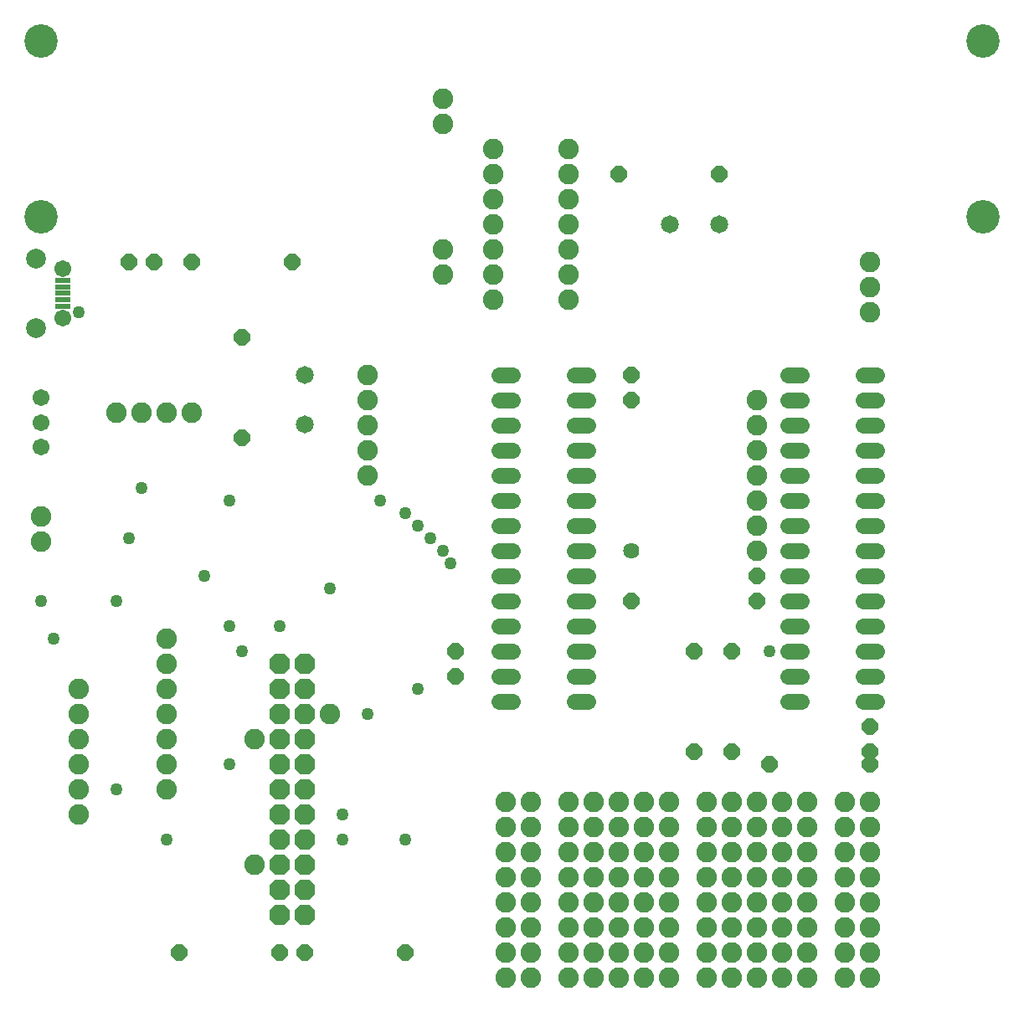
<source format=gbr>
G04 EAGLE Gerber RS-274X export*
G75*
%MOMM*%
%FSLAX34Y34*%
%LPD*%
%INSoldermask Top*%
%IPPOS*%
%AMOC8*
5,1,8,0,0,1.08239X$1,22.5*%
G01*
%ADD10C,3.378200*%
%ADD11C,1.625600*%
%ADD12C,2.082800*%
%ADD13C,1.712800*%
%ADD14P,1.759533X8X202.500000*%
%ADD15P,1.759533X8X22.500000*%
%ADD16C,1.812800*%
%ADD17P,1.759533X8X292.500000*%
%ADD18P,1.759533X8X112.500000*%
%ADD19C,1.625600*%
%ADD20P,2.254402X8X112.500000*%
%ADD21R,1.553200X0.603200*%
%ADD22C,2.012800*%
%ADD23C,1.261200*%


D10*
X25400Y795020D03*
X25400Y972820D03*
X977900Y972820D03*
X977900Y795020D03*
D11*
X502412Y635000D02*
X488188Y635000D01*
X488188Y609600D02*
X502412Y609600D01*
X502412Y584200D02*
X488188Y584200D01*
X488188Y558800D02*
X502412Y558800D01*
X502412Y533400D02*
X488188Y533400D01*
X488188Y508000D02*
X502412Y508000D01*
X502412Y482600D02*
X488188Y482600D01*
X488188Y457200D02*
X502412Y457200D01*
X502412Y431800D02*
X488188Y431800D01*
X488188Y406400D02*
X502412Y406400D01*
X502412Y381000D02*
X488188Y381000D01*
X488188Y355600D02*
X502412Y355600D01*
X502412Y330200D02*
X488188Y330200D01*
X488188Y304800D02*
X502412Y304800D01*
X564388Y304800D02*
X578612Y304800D01*
X578612Y330200D02*
X564388Y330200D01*
X564388Y355600D02*
X578612Y355600D01*
X578612Y381000D02*
X564388Y381000D01*
X564388Y406400D02*
X578612Y406400D01*
X578612Y431800D02*
X564388Y431800D01*
X564388Y457200D02*
X578612Y457200D01*
X578612Y482600D02*
X564388Y482600D01*
X564388Y508000D02*
X578612Y508000D01*
X578612Y533400D02*
X564388Y533400D01*
X564388Y558800D02*
X578612Y558800D01*
X578612Y584200D02*
X564388Y584200D01*
X564388Y609600D02*
X578612Y609600D01*
X578612Y635000D02*
X564388Y635000D01*
D12*
X25400Y466090D03*
X25400Y491490D03*
X101600Y596900D03*
X127000Y596900D03*
X152400Y596900D03*
X177800Y596900D03*
D13*
X25400Y611740D03*
X25400Y586740D03*
X25400Y561740D03*
D14*
X279400Y749300D03*
X177800Y749300D03*
D15*
X114300Y749300D03*
X139700Y749300D03*
D12*
X355600Y635000D03*
X355600Y609600D03*
X355600Y584200D03*
X355600Y558800D03*
X355600Y533400D03*
D16*
X292100Y584600D03*
X292100Y634600D03*
D17*
X228600Y673100D03*
X228600Y571500D03*
D18*
X444500Y330200D03*
X444500Y355600D03*
D17*
X622300Y635000D03*
X622300Y609600D03*
D19*
X622300Y457200D03*
D17*
X622300Y406400D03*
D12*
X63500Y190500D03*
X63500Y215900D03*
X63500Y241300D03*
X63500Y266700D03*
X63500Y292100D03*
X63500Y317500D03*
X152400Y368300D03*
X152400Y342900D03*
X152400Y317500D03*
X152400Y292100D03*
X152400Y266700D03*
X152400Y241300D03*
X152400Y215900D03*
D11*
X780288Y635000D02*
X794512Y635000D01*
X794512Y609600D02*
X780288Y609600D01*
X780288Y584200D02*
X794512Y584200D01*
X794512Y558800D02*
X780288Y558800D01*
X780288Y533400D02*
X794512Y533400D01*
X794512Y508000D02*
X780288Y508000D01*
X780288Y482600D02*
X794512Y482600D01*
X794512Y457200D02*
X780288Y457200D01*
X780288Y431800D02*
X794512Y431800D01*
X794512Y406400D02*
X780288Y406400D01*
X780288Y381000D02*
X794512Y381000D01*
X794512Y355600D02*
X780288Y355600D01*
X780288Y330200D02*
X794512Y330200D01*
X794512Y304800D02*
X780288Y304800D01*
X856488Y304800D02*
X870712Y304800D01*
X870712Y330200D02*
X856488Y330200D01*
X856488Y355600D02*
X870712Y355600D01*
X870712Y381000D02*
X856488Y381000D01*
X856488Y406400D02*
X870712Y406400D01*
X870712Y431800D02*
X856488Y431800D01*
X856488Y457200D02*
X870712Y457200D01*
X870712Y482600D02*
X856488Y482600D01*
X856488Y508000D02*
X870712Y508000D01*
X870712Y533400D02*
X856488Y533400D01*
X856488Y558800D02*
X870712Y558800D01*
X870712Y584200D02*
X856488Y584200D01*
X856488Y609600D02*
X870712Y609600D01*
X870712Y635000D02*
X856488Y635000D01*
D17*
X749300Y431800D03*
X749300Y406400D03*
X685800Y355600D03*
X685800Y254000D03*
X723900Y355600D03*
X723900Y254000D03*
D15*
X762000Y241300D03*
X863600Y241300D03*
D17*
X863600Y279400D03*
X863600Y254000D03*
D16*
X660800Y787400D03*
X710800Y787400D03*
D14*
X711200Y838200D03*
X609600Y838200D03*
D12*
X482600Y863600D03*
X482600Y838200D03*
X482600Y812800D03*
X482600Y787400D03*
X482600Y762000D03*
X482600Y736600D03*
X482600Y711200D03*
X558800Y863600D03*
X558800Y838200D03*
X558800Y812800D03*
X558800Y787400D03*
X558800Y762000D03*
X558800Y736600D03*
X558800Y711200D03*
X431800Y889000D03*
X431800Y914400D03*
X431800Y736600D03*
X431800Y762000D03*
D20*
X292100Y88900D03*
X266700Y88900D03*
X292100Y114300D03*
X266700Y114300D03*
X292100Y139700D03*
X266700Y139700D03*
X292100Y165100D03*
X266700Y165100D03*
X292100Y190500D03*
X266700Y190500D03*
X292100Y215900D03*
X266700Y215900D03*
X292100Y241300D03*
X266700Y241300D03*
X292100Y266700D03*
X266700Y266700D03*
X292100Y292100D03*
X266700Y292100D03*
X292100Y317500D03*
X266700Y317500D03*
X292100Y342900D03*
X266700Y342900D03*
D15*
X165100Y50800D03*
X266700Y50800D03*
D14*
X393700Y50800D03*
X292100Y50800D03*
D12*
X241300Y139700D03*
X241300Y266700D03*
X317500Y292100D03*
X749300Y609600D03*
X749300Y584200D03*
X749300Y558800D03*
X749300Y533400D03*
X749300Y508000D03*
X749300Y482600D03*
X749300Y457200D03*
X863600Y698500D03*
X863600Y723900D03*
X863600Y749300D03*
X660400Y25400D03*
X660400Y50800D03*
X660400Y76200D03*
X660400Y101600D03*
X660400Y127000D03*
X660400Y152400D03*
X660400Y177800D03*
X660400Y203200D03*
X558800Y25400D03*
X558800Y50800D03*
X558800Y76200D03*
X558800Y101600D03*
X558800Y127000D03*
X558800Y152400D03*
X558800Y177800D03*
X558800Y203200D03*
X584200Y25400D03*
X584200Y50800D03*
X584200Y76200D03*
X584200Y101600D03*
X584200Y127000D03*
X584200Y152400D03*
X584200Y177800D03*
X584200Y203200D03*
X609600Y25400D03*
X609600Y50800D03*
X609600Y76200D03*
X609600Y101600D03*
X609600Y127000D03*
X609600Y152400D03*
X609600Y177800D03*
X609600Y203200D03*
X635000Y25400D03*
X635000Y50800D03*
X635000Y76200D03*
X635000Y101600D03*
X635000Y127000D03*
X635000Y152400D03*
X635000Y177800D03*
X635000Y203200D03*
X698500Y25400D03*
X698500Y50800D03*
X698500Y76200D03*
X698500Y101600D03*
X698500Y127000D03*
X698500Y152400D03*
X698500Y177800D03*
X698500Y203200D03*
X723900Y25400D03*
X723900Y50800D03*
X723900Y76200D03*
X723900Y101600D03*
X723900Y127000D03*
X723900Y152400D03*
X723900Y177800D03*
X723900Y203200D03*
X749300Y25400D03*
X749300Y50800D03*
X749300Y76200D03*
X749300Y101600D03*
X749300Y127000D03*
X749300Y152400D03*
X749300Y177800D03*
X749300Y203200D03*
X774700Y25400D03*
X774700Y50800D03*
X774700Y76200D03*
X774700Y101600D03*
X774700Y127000D03*
X774700Y152400D03*
X774700Y177800D03*
X774700Y203200D03*
X800100Y25400D03*
X800100Y50800D03*
X800100Y76200D03*
X800100Y101600D03*
X800100Y127000D03*
X800100Y152400D03*
X800100Y177800D03*
X800100Y203200D03*
X863600Y25400D03*
X863600Y50800D03*
X863600Y76200D03*
X863600Y101600D03*
X863600Y127000D03*
X863600Y152400D03*
X863600Y177800D03*
X863600Y203200D03*
X520700Y25400D03*
X520700Y50800D03*
X520700Y76200D03*
X520700Y101600D03*
X520700Y127000D03*
X520700Y152400D03*
X520700Y177800D03*
X520700Y203200D03*
X838200Y25400D03*
X838200Y50800D03*
X838200Y76200D03*
X838200Y101600D03*
X838200Y127000D03*
X838200Y152400D03*
X838200Y177800D03*
X838200Y203200D03*
X495300Y25400D03*
X495300Y50800D03*
X495300Y76200D03*
X495300Y101600D03*
X495300Y127000D03*
X495300Y152400D03*
X495300Y177800D03*
X495300Y203200D03*
D21*
X47320Y730550D03*
X47320Y724050D03*
X47320Y717550D03*
X47320Y711050D03*
X47320Y704550D03*
D13*
X47320Y742550D03*
X47320Y692550D03*
D22*
X20320Y752550D03*
X20320Y682550D03*
D23*
X63500Y698500D03*
X127000Y520700D03*
X419100Y469900D03*
X38100Y368300D03*
X393700Y495300D03*
X25400Y406400D03*
X406400Y482600D03*
X114300Y469900D03*
X439703Y444500D03*
X190500Y431800D03*
X762000Y355600D03*
X368300Y508000D03*
X215900Y508000D03*
X215900Y241300D03*
X215900Y381000D03*
X431800Y457200D03*
X101600Y406400D03*
X152400Y165100D03*
X101600Y215900D03*
X330200Y165100D03*
X393700Y165100D03*
X355600Y292100D03*
X330200Y190500D03*
X228600Y355600D03*
X406400Y317500D03*
X317500Y419100D03*
X266700Y381000D03*
M02*

</source>
